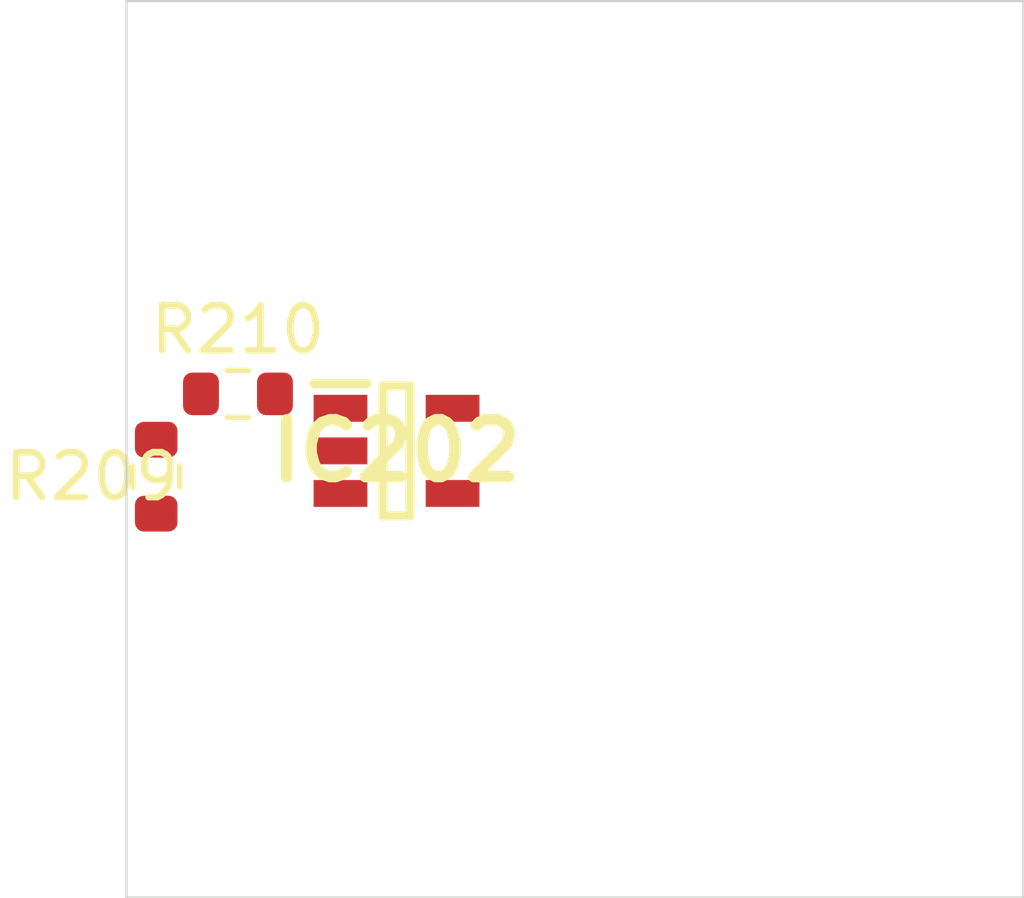
<source format=kicad_pcb>
 ( kicad_pcb  ( version 20171130 )
 ( host pcbnew 5.1.12-84ad8e8a86~92~ubuntu18.04.1 )
 ( general  ( thickness 1.6 )
 ( drawings 4 )
 ( tracks 0 )
 ( zones 0 )
 ( modules 3 )
 ( nets 5 )
)
 ( page A4 )
 ( layers  ( 0 F.Cu signal )
 ( 31 B.Cu signal )
 ( 32 B.Adhes user )
 ( 33 F.Adhes user )
 ( 34 B.Paste user )
 ( 35 F.Paste user )
 ( 36 B.SilkS user )
 ( 37 F.SilkS user )
 ( 38 B.Mask user )
 ( 39 F.Mask user )
 ( 40 Dwgs.User user )
 ( 41 Cmts.User user )
 ( 42 Eco1.User user )
 ( 43 Eco2.User user )
 ( 44 Edge.Cuts user )
 ( 45 Margin user )
 ( 46 B.CrtYd user )
 ( 47 F.CrtYd user )
 ( 48 B.Fab user )
 ( 49 F.Fab user )
)
 ( setup  ( last_trace_width 0.25 )
 ( trace_clearance 0.2 )
 ( zone_clearance 0.508 )
 ( zone_45_only no )
 ( trace_min 0.2 )
 ( via_size 0.8 )
 ( via_drill 0.4 )
 ( via_min_size 0.4 )
 ( via_min_drill 0.3 )
 ( uvia_size 0.3 )
 ( uvia_drill 0.1 )
 ( uvias_allowed no )
 ( uvia_min_size 0.2 )
 ( uvia_min_drill 0.1 )
 ( edge_width 0.05 )
 ( segment_width 0.2 )
 ( pcb_text_width 0.3 )
 ( pcb_text_size 1.5 1.5 )
 ( mod_edge_width 0.12 )
 ( mod_text_size 1 1 )
 ( mod_text_width 0.15 )
 ( pad_size 1.524 1.524 )
 ( pad_drill 0.762 )
 ( pad_to_mask_clearance 0 )
 ( aux_axis_origin 0 0 )
 ( visible_elements FFFFFF7F )
 ( pcbplotparams  ( layerselection 0x010fc_ffffffff )
 ( usegerberextensions false )
 ( usegerberattributes true )
 ( usegerberadvancedattributes true )
 ( creategerberjobfile true )
 ( excludeedgelayer true )
 ( linewidth 0.100000 )
 ( plotframeref false )
 ( viasonmask false )
 ( mode 1 )
 ( useauxorigin false )
 ( hpglpennumber 1 )
 ( hpglpenspeed 20 )
 ( hpglpendiameter 15.000000 )
 ( psnegative false )
 ( psa4output false )
 ( plotreference true )
 ( plotvalue true )
 ( plotinvisibletext false )
 ( padsonsilk false )
 ( subtractmaskfromsilk false )
 ( outputformat 1 )
 ( mirror false )
 ( drillshape 1 )
 ( scaleselection 1 )
 ( outputdirectory "" )
)
)
 ( net 0 "" )
 ( net 1 GND )
 ( net 2 VDDA )
 ( net 3 /Sheet6235D886/vp )
 ( net 4 "Net-(IC202-Pad3)" )
 ( net_class Default "This is the default net class."  ( clearance 0.2 )
 ( trace_width 0.25 )
 ( via_dia 0.8 )
 ( via_drill 0.4 )
 ( uvia_dia 0.3 )
 ( uvia_drill 0.1 )
 ( add_net /Sheet6235D886/vp )
 ( add_net GND )
 ( add_net "Net-(IC202-Pad3)" )
 ( add_net VDDA )
)
 ( module SOT95P280X145-5N locked  ( layer F.Cu )
 ( tedit 62336ED7 )
 ( tstamp 623423ED )
 ( at 86.020900 110.035000 )
 ( descr DBV0005A )
 ( tags "Integrated Circuit" )
 ( path /6235D887/6266C08E )
 ( attr smd )
 ( fp_text reference IC202  ( at 0 0 )
 ( layer F.SilkS )
 ( effects  ( font  ( size 1.27 1.27 )
 ( thickness 0.254 )
)
)
)
 ( fp_text value TL071HIDBVR  ( at 0 0 )
 ( layer F.SilkS )
hide  ( effects  ( font  ( size 1.27 1.27 )
 ( thickness 0.254 )
)
)
)
 ( fp_line  ( start -1.85 -1.5 )
 ( end -0.65 -1.5 )
 ( layer F.SilkS )
 ( width 0.2 )
)
 ( fp_line  ( start -0.3 1.45 )
 ( end -0.3 -1.45 )
 ( layer F.SilkS )
 ( width 0.2 )
)
 ( fp_line  ( start 0.3 1.45 )
 ( end -0.3 1.45 )
 ( layer F.SilkS )
 ( width 0.2 )
)
 ( fp_line  ( start 0.3 -1.45 )
 ( end 0.3 1.45 )
 ( layer F.SilkS )
 ( width 0.2 )
)
 ( fp_line  ( start -0.3 -1.45 )
 ( end 0.3 -1.45 )
 ( layer F.SilkS )
 ( width 0.2 )
)
 ( fp_line  ( start -0.8 -0.5 )
 ( end 0.15 -1.45 )
 ( layer Dwgs.User )
 ( width 0.1 )
)
 ( fp_line  ( start -0.8 1.45 )
 ( end -0.8 -1.45 )
 ( layer Dwgs.User )
 ( width 0.1 )
)
 ( fp_line  ( start 0.8 1.45 )
 ( end -0.8 1.45 )
 ( layer Dwgs.User )
 ( width 0.1 )
)
 ( fp_line  ( start 0.8 -1.45 )
 ( end 0.8 1.45 )
 ( layer Dwgs.User )
 ( width 0.1 )
)
 ( fp_line  ( start -0.8 -1.45 )
 ( end 0.8 -1.45 )
 ( layer Dwgs.User )
 ( width 0.1 )
)
 ( fp_line  ( start -2.1 1.775 )
 ( end -2.1 -1.775 )
 ( layer Dwgs.User )
 ( width 0.05 )
)
 ( fp_line  ( start 2.1 1.775 )
 ( end -2.1 1.775 )
 ( layer Dwgs.User )
 ( width 0.05 )
)
 ( fp_line  ( start 2.1 -1.775 )
 ( end 2.1 1.775 )
 ( layer Dwgs.User )
 ( width 0.05 )
)
 ( fp_line  ( start -2.1 -1.775 )
 ( end 2.1 -1.775 )
 ( layer Dwgs.User )
 ( width 0.05 )
)
 ( pad 1 smd rect  ( at -1.25 -0.95 90.000000 )
 ( size 0.6 1.2 )
 ( layers F.Cu F.Mask F.Paste )
 ( net 3 /Sheet6235D886/vp )
)
 ( pad 2 smd rect  ( at -1.25 0 90.000000 )
 ( size 0.6 1.2 )
 ( layers F.Cu F.Mask F.Paste )
 ( net 1 GND )
)
 ( pad 3 smd rect  ( at -1.25 0.95 90.000000 )
 ( size 0.6 1.2 )
 ( layers F.Cu F.Mask F.Paste )
 ( net 4 "Net-(IC202-Pad3)" )
)
 ( pad 4 smd rect  ( at 1.25 0.95 90.000000 )
 ( size 0.6 1.2 )
 ( layers F.Cu F.Mask F.Paste )
 ( net 3 /Sheet6235D886/vp )
)
 ( pad 5 smd rect  ( at 1.25 -0.95 90.000000 )
 ( size 0.6 1.2 )
 ( layers F.Cu F.Mask F.Paste )
 ( net 2 VDDA )
)
)
 ( module Resistor_SMD:R_0603_1608Metric  ( layer F.Cu )
 ( tedit 5F68FEEE )
 ( tstamp 62342595 )
 ( at 80.662200 110.610000 90.000000 )
 ( descr "Resistor SMD 0603 (1608 Metric), square (rectangular) end terminal, IPC_7351 nominal, (Body size source: IPC-SM-782 page 72, https://www.pcb-3d.com/wordpress/wp-content/uploads/ipc-sm-782a_amendment_1_and_2.pdf), generated with kicad-footprint-generator" )
 ( tags resistor )
 ( path /6235D887/623CDBD9 )
 ( attr smd )
 ( fp_text reference R209  ( at 0 -1.43 )
 ( layer F.SilkS )
 ( effects  ( font  ( size 1 1 )
 ( thickness 0.15 )
)
)
)
 ( fp_text value 100k  ( at 0 1.43 )
 ( layer F.Fab )
 ( effects  ( font  ( size 1 1 )
 ( thickness 0.15 )
)
)
)
 ( fp_line  ( start -0.8 0.4125 )
 ( end -0.8 -0.4125 )
 ( layer F.Fab )
 ( width 0.1 )
)
 ( fp_line  ( start -0.8 -0.4125 )
 ( end 0.8 -0.4125 )
 ( layer F.Fab )
 ( width 0.1 )
)
 ( fp_line  ( start 0.8 -0.4125 )
 ( end 0.8 0.4125 )
 ( layer F.Fab )
 ( width 0.1 )
)
 ( fp_line  ( start 0.8 0.4125 )
 ( end -0.8 0.4125 )
 ( layer F.Fab )
 ( width 0.1 )
)
 ( fp_line  ( start -0.237258 -0.5225 )
 ( end 0.237258 -0.5225 )
 ( layer F.SilkS )
 ( width 0.12 )
)
 ( fp_line  ( start -0.237258 0.5225 )
 ( end 0.237258 0.5225 )
 ( layer F.SilkS )
 ( width 0.12 )
)
 ( fp_line  ( start -1.48 0.73 )
 ( end -1.48 -0.73 )
 ( layer F.CrtYd )
 ( width 0.05 )
)
 ( fp_line  ( start -1.48 -0.73 )
 ( end 1.48 -0.73 )
 ( layer F.CrtYd )
 ( width 0.05 )
)
 ( fp_line  ( start 1.48 -0.73 )
 ( end 1.48 0.73 )
 ( layer F.CrtYd )
 ( width 0.05 )
)
 ( fp_line  ( start 1.48 0.73 )
 ( end -1.48 0.73 )
 ( layer F.CrtYd )
 ( width 0.05 )
)
 ( fp_text user %R  ( at 0 0 )
 ( layer F.Fab )
 ( effects  ( font  ( size 0.4 0.4 )
 ( thickness 0.06 )
)
)
)
 ( pad 1 smd roundrect  ( at -0.825 0 90.000000 )
 ( size 0.8 0.95 )
 ( layers F.Cu F.Mask F.Paste )
 ( roundrect_rratio 0.25 )
 ( net 2 VDDA )
)
 ( pad 2 smd roundrect  ( at 0.825 0 90.000000 )
 ( size 0.8 0.95 )
 ( layers F.Cu F.Mask F.Paste )
 ( roundrect_rratio 0.25 )
 ( net 4 "Net-(IC202-Pad3)" )
)
 ( model ${KISYS3DMOD}/Resistor_SMD.3dshapes/R_0603_1608Metric.wrl  ( at  ( xyz 0 0 0 )
)
 ( scale  ( xyz 1 1 1 )
)
 ( rotate  ( xyz 0 0 0 )
)
)
)
 ( module Resistor_SMD:R_0603_1608Metric  ( layer F.Cu )
 ( tedit 5F68FEEE )
 ( tstamp 623425A6 )
 ( at 82.485200 108.763000 )
 ( descr "Resistor SMD 0603 (1608 Metric), square (rectangular) end terminal, IPC_7351 nominal, (Body size source: IPC-SM-782 page 72, https://www.pcb-3d.com/wordpress/wp-content/uploads/ipc-sm-782a_amendment_1_and_2.pdf), generated with kicad-footprint-generator" )
 ( tags resistor )
 ( path /6235D887/623CDBDF )
 ( attr smd )
 ( fp_text reference R210  ( at 0 -1.43 )
 ( layer F.SilkS )
 ( effects  ( font  ( size 1 1 )
 ( thickness 0.15 )
)
)
)
 ( fp_text value 100k  ( at 0 1.43 )
 ( layer F.Fab )
 ( effects  ( font  ( size 1 1 )
 ( thickness 0.15 )
)
)
)
 ( fp_line  ( start 1.48 0.73 )
 ( end -1.48 0.73 )
 ( layer F.CrtYd )
 ( width 0.05 )
)
 ( fp_line  ( start 1.48 -0.73 )
 ( end 1.48 0.73 )
 ( layer F.CrtYd )
 ( width 0.05 )
)
 ( fp_line  ( start -1.48 -0.73 )
 ( end 1.48 -0.73 )
 ( layer F.CrtYd )
 ( width 0.05 )
)
 ( fp_line  ( start -1.48 0.73 )
 ( end -1.48 -0.73 )
 ( layer F.CrtYd )
 ( width 0.05 )
)
 ( fp_line  ( start -0.237258 0.5225 )
 ( end 0.237258 0.5225 )
 ( layer F.SilkS )
 ( width 0.12 )
)
 ( fp_line  ( start -0.237258 -0.5225 )
 ( end 0.237258 -0.5225 )
 ( layer F.SilkS )
 ( width 0.12 )
)
 ( fp_line  ( start 0.8 0.4125 )
 ( end -0.8 0.4125 )
 ( layer F.Fab )
 ( width 0.1 )
)
 ( fp_line  ( start 0.8 -0.4125 )
 ( end 0.8 0.4125 )
 ( layer F.Fab )
 ( width 0.1 )
)
 ( fp_line  ( start -0.8 -0.4125 )
 ( end 0.8 -0.4125 )
 ( layer F.Fab )
 ( width 0.1 )
)
 ( fp_line  ( start -0.8 0.4125 )
 ( end -0.8 -0.4125 )
 ( layer F.Fab )
 ( width 0.1 )
)
 ( fp_text user %R  ( at 0 0 )
 ( layer F.Fab )
 ( effects  ( font  ( size 0.4 0.4 )
 ( thickness 0.06 )
)
)
)
 ( pad 2 smd roundrect  ( at 0.825 0 )
 ( size 0.8 0.95 )
 ( layers F.Cu F.Mask F.Paste )
 ( roundrect_rratio 0.25 )
 ( net 1 GND )
)
 ( pad 1 smd roundrect  ( at -0.825 0 )
 ( size 0.8 0.95 )
 ( layers F.Cu F.Mask F.Paste )
 ( roundrect_rratio 0.25 )
 ( net 4 "Net-(IC202-Pad3)" )
)
 ( model ${KISYS3DMOD}/Resistor_SMD.3dshapes/R_0603_1608Metric.wrl  ( at  ( xyz 0 0 0 )
)
 ( scale  ( xyz 1 1 1 )
)
 ( rotate  ( xyz 0 0 0 )
)
)
)
 ( gr_line  ( start 100 100 )
 ( end 100 120 )
 ( layer Edge.Cuts )
 ( width 0.05 )
 ( tstamp 62E770C4 )
)
 ( gr_line  ( start 80 120 )
 ( end 100 120 )
 ( layer Edge.Cuts )
 ( width 0.05 )
 ( tstamp 62E770C0 )
)
 ( gr_line  ( start 80 100 )
 ( end 100 100 )
 ( layer Edge.Cuts )
 ( width 0.05 )
 ( tstamp 6234110C )
)
 ( gr_line  ( start 80 100 )
 ( end 80 120 )
 ( layer Edge.Cuts )
 ( width 0.05 )
)
)

</source>
